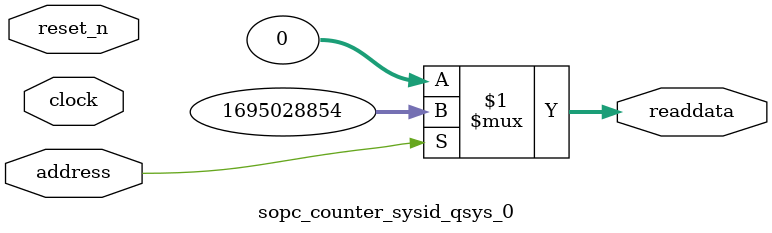
<source format=v>



// synthesis translate_off
`timescale 1ns / 1ps
// synthesis translate_on

// turn off superfluous verilog processor warnings 
// altera message_level Level1 
// altera message_off 10034 10035 10036 10037 10230 10240 10030 

module sopc_counter_sysid_qsys_0 (
               // inputs:
                address,
                clock,
                reset_n,

               // outputs:
                readdata
             )
;

  output  [ 31: 0] readdata;
  input            address;
  input            clock;
  input            reset_n;

  wire    [ 31: 0] readdata;
  //control_slave, which is an e_avalon_slave
  assign readdata = address ? 1695028854 : 0;

endmodule



</source>
